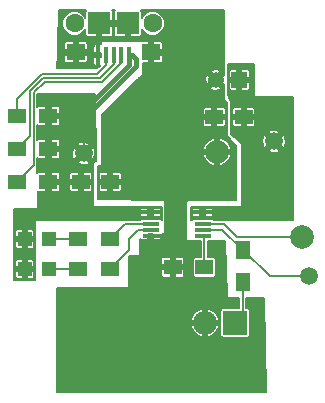
<source format=gtl>
G04 #@! TF.FileFunction,Copper,L1,Top,Signal*
%FSLAX46Y46*%
G04 Gerber Fmt 4.6, Leading zero omitted, Abs format (unit mm)*
G04 Created by KiCad (PCBNEW 4.0.2-stable) date Monday, October 31, 2016 'PMt' 01:42:05 PM*
%MOMM*%
G01*
G04 APERTURE LIST*
%ADD10C,0.100000*%
%ADD11R,1.198880X1.198880*%
%ADD12R,1.500000X1.300000*%
%ADD13R,1.300000X1.500000*%
%ADD14R,1.400000X0.300000*%
%ADD15R,2.032000X2.032000*%
%ADD16O,2.032000X2.032000*%
%ADD17R,1.350000X1.350000*%
%ADD18C,1.350000*%
%ADD19C,1.998980*%
%ADD20R,1.500000X1.250000*%
%ADD21C,1.500000*%
%ADD22R,0.400000X1.350000*%
%ADD23R,1.600000X1.400000*%
%ADD24R,1.900000X1.900000*%
%ADD25C,1.600000*%
%ADD26C,0.685800*%
%ADD27C,0.152400*%
%ADD28C,0.398780*%
G04 APERTURE END LIST*
D10*
D11*
X140809980Y-103505000D03*
X142908020Y-103505000D03*
X140809980Y-106045000D03*
X142908020Y-106045000D03*
D12*
X142828000Y-98679000D03*
X140128000Y-98679000D03*
X142828000Y-95885000D03*
X140128000Y-95885000D03*
X142828000Y-93091000D03*
X140128000Y-93091000D03*
X145335000Y-103505000D03*
X148035000Y-103505000D03*
X145335000Y-106045000D03*
X148035000Y-106045000D03*
D13*
X159258000Y-104441000D03*
X159258000Y-107141000D03*
D12*
X156036000Y-105918000D03*
X153336000Y-105918000D03*
D14*
X151470000Y-101235000D03*
X151470000Y-101735000D03*
X151470000Y-102235000D03*
X151470000Y-102735000D03*
X151470000Y-103235000D03*
X155870000Y-103235000D03*
X155870000Y-102735000D03*
X155870000Y-102235000D03*
X155870000Y-101735000D03*
X155870000Y-101235000D03*
D15*
X158623000Y-110617000D03*
D16*
X156083000Y-110617000D03*
D17*
X158988000Y-90043000D03*
D18*
X156988000Y-90043000D03*
D19*
X157099000Y-96139000D03*
X164283205Y-103323205D03*
D20*
X145562000Y-98679000D03*
X148062000Y-98679000D03*
X159365000Y-93218000D03*
X156865000Y-93218000D03*
D21*
X145796000Y-96266000D03*
X161925000Y-95250000D03*
X164846000Y-106680000D03*
D22*
X148336000Y-87942800D03*
X147686000Y-87942800D03*
X147036000Y-87942800D03*
X148986000Y-87942800D03*
X149636000Y-87942800D03*
D23*
X151536000Y-87717800D03*
X145136000Y-87717800D03*
D24*
X149536000Y-85267800D03*
X147136000Y-85267800D03*
D25*
X151636000Y-85267800D03*
X145036000Y-85267800D03*
D26*
X143637000Y-94488000D03*
X144399000Y-95504000D03*
X144399000Y-97155000D03*
X144145000Y-98806000D03*
X140716000Y-101346000D03*
X141859000Y-101346000D03*
X143002000Y-100076000D03*
X143002000Y-101346000D03*
X144145000Y-101346000D03*
X144145000Y-100076000D03*
X145415000Y-100076000D03*
X145415000Y-101346000D03*
X146558000Y-101346000D03*
X148336000Y-101346000D03*
X149733000Y-101346000D03*
X142875000Y-91694000D03*
X144780000Y-91821000D03*
X146177000Y-91821000D03*
X146177000Y-93091000D03*
X144780000Y-93091000D03*
X144780000Y-94488000D03*
X146177000Y-94488000D03*
X153289000Y-99441000D03*
X155321000Y-99441000D03*
X157353000Y-99441000D03*
X157353000Y-98044000D03*
X155448000Y-98044000D03*
X153289000Y-98044000D03*
X151511000Y-98044000D03*
X149860000Y-98044000D03*
X148082000Y-97282000D03*
X149860000Y-96774000D03*
X151638000Y-96774000D03*
X153289000Y-96647000D03*
X155321000Y-96647000D03*
X155321000Y-94869000D03*
X153289000Y-94869000D03*
X151384000Y-94869000D03*
X148844000Y-94869000D03*
X148717000Y-92964000D03*
X151511000Y-92964000D03*
X153289000Y-92964000D03*
X155448000Y-92964000D03*
X155448000Y-91186000D03*
X153289000Y-91059000D03*
X151511000Y-91059000D03*
X149860000Y-91567000D03*
X151765000Y-89662000D03*
X153924000Y-89662000D03*
X155575000Y-89662000D03*
X157226000Y-88519000D03*
X155194000Y-88519000D03*
X153416000Y-88392000D03*
X153416000Y-86741000D03*
X155321000Y-86741000D03*
X156972000Y-86741000D03*
X156972000Y-84836000D03*
X155321000Y-84836000D03*
X153543000Y-84836000D03*
X157480000Y-104140000D03*
X157480000Y-107950000D03*
X155575000Y-107950000D03*
X154305000Y-108585000D03*
X152400000Y-108585000D03*
X144780000Y-115570000D03*
X146685000Y-115570000D03*
X148590000Y-115570000D03*
X150495000Y-115570000D03*
X152400000Y-115570000D03*
X154305000Y-115570000D03*
X156210000Y-115570000D03*
X158115000Y-115570000D03*
X160020000Y-115570000D03*
X160020000Y-114300000D03*
X158115000Y-114300000D03*
X156210000Y-114300000D03*
X154305000Y-114300000D03*
X152400000Y-114300000D03*
X150495000Y-114300000D03*
X148590000Y-114300000D03*
X146685000Y-114300000D03*
X144780000Y-114300000D03*
X144780000Y-112395000D03*
X146685000Y-112395000D03*
X148590000Y-112395000D03*
X150495000Y-112395000D03*
X152400000Y-112395000D03*
X154305000Y-112395000D03*
X154305000Y-110490000D03*
X152400000Y-110490000D03*
X150495000Y-110490000D03*
X148590000Y-110490000D03*
X146685000Y-110490000D03*
X144780000Y-110490000D03*
X144780000Y-108585000D03*
X146685000Y-108585000D03*
X148590000Y-108585000D03*
X150495000Y-108585000D03*
X151765000Y-107188000D03*
X150368000Y-107188000D03*
X151511000Y-105918000D03*
X151511000Y-104394000D03*
X153543000Y-104394000D03*
X155067000Y-104394000D03*
X153543000Y-103378000D03*
X153543000Y-101981000D03*
X153543000Y-100584000D03*
X151511000Y-99441000D03*
X149860000Y-99441000D03*
X159258000Y-91694000D03*
X161290000Y-92329000D03*
X162560000Y-92202000D03*
X162560000Y-93599000D03*
X161163000Y-93599000D03*
X160020000Y-95504000D03*
X159766000Y-96774000D03*
X161417000Y-96774000D03*
X162814000Y-96774000D03*
X162814000Y-98298000D03*
X161417000Y-98298000D03*
X159766000Y-98298000D03*
X159766000Y-99695000D03*
X161163000Y-99695000D03*
X162814000Y-99695000D03*
X162814000Y-101346000D03*
X161163000Y-101346000D03*
X159385000Y-101346000D03*
X157734000Y-101346000D03*
D27*
X144145000Y-100076000D02*
X144145000Y-98806000D01*
X144399000Y-97155000D02*
X144399000Y-95504000D01*
X143002000Y-101346000D02*
X141859000Y-101346000D01*
X151470000Y-101235000D02*
X149844000Y-101235000D01*
X143002000Y-101346000D02*
X143002000Y-100076000D01*
X144145000Y-100076000D02*
X144145000Y-101346000D01*
X145415000Y-101346000D02*
X145415000Y-100076000D01*
X148336000Y-101346000D02*
X146558000Y-101346000D01*
X149844000Y-101235000D02*
X149733000Y-101346000D01*
X145796000Y-96266000D02*
X145796000Y-94869000D01*
X144653000Y-91694000D02*
X142875000Y-91694000D01*
X144780000Y-91821000D02*
X144653000Y-91694000D01*
X146177000Y-93091000D02*
X146177000Y-91821000D01*
X144780000Y-94488000D02*
X144780000Y-93091000D01*
X145796000Y-94869000D02*
X146177000Y-94488000D01*
D28*
X149636000Y-87942800D02*
X149918800Y-87942800D01*
X150241000Y-88900000D02*
X146431000Y-92710000D01*
X150241000Y-88265000D02*
X150241000Y-88900000D01*
X149918800Y-87942800D02*
X150241000Y-88265000D01*
X149636000Y-87942800D02*
X149636000Y-88743000D01*
X145288000Y-93091000D02*
X142828000Y-93091000D01*
X149636000Y-88743000D02*
X145288000Y-93091000D01*
D27*
X142828000Y-98599000D02*
X142828000Y-98679000D01*
X142828000Y-95885000D02*
X142828000Y-95297000D01*
X155321000Y-99441000D02*
X157353000Y-99441000D01*
X157353000Y-98044000D02*
X155448000Y-98044000D01*
X153289000Y-98044000D02*
X151511000Y-98044000D01*
X149860000Y-98044000D02*
X149098000Y-97282000D01*
X149098000Y-97282000D02*
X148082000Y-97282000D01*
X149860000Y-96774000D02*
X151638000Y-96774000D01*
X153289000Y-96647000D02*
X155321000Y-96647000D01*
X155321000Y-94869000D02*
X153289000Y-94869000D01*
X151384000Y-94869000D02*
X148844000Y-94869000D01*
X148717000Y-92964000D02*
X151511000Y-92964000D01*
X153289000Y-92964000D02*
X155448000Y-92964000D01*
X155448000Y-91186000D02*
X155321000Y-91059000D01*
X155321000Y-91059000D02*
X153289000Y-91059000D01*
X151511000Y-91059000D02*
X151003000Y-91567000D01*
X151003000Y-91567000D02*
X149860000Y-91567000D01*
X151765000Y-89662000D02*
X153924000Y-89662000D01*
X155575000Y-89662000D02*
X156718000Y-88519000D01*
X156718000Y-88519000D02*
X157226000Y-88519000D01*
X155194000Y-88519000D02*
X155067000Y-88392000D01*
X155067000Y-88392000D02*
X153416000Y-88392000D01*
X153416000Y-86741000D02*
X155321000Y-86741000D01*
X156972000Y-86741000D02*
X156972000Y-84836000D01*
X155321000Y-84836000D02*
X153543000Y-84836000D01*
X150495000Y-108585000D02*
X152400000Y-108585000D01*
X157480000Y-107950000D02*
X157480000Y-104140000D01*
X154940000Y-107950000D02*
X155575000Y-107950000D01*
X154305000Y-108585000D02*
X154940000Y-107950000D01*
X150368000Y-107188000D02*
X150368000Y-108458000D01*
X148590000Y-115570000D02*
X146685000Y-115570000D01*
X152400000Y-115570000D02*
X150495000Y-115570000D01*
X156210000Y-115570000D02*
X154305000Y-115570000D01*
X160020000Y-115570000D02*
X158115000Y-115570000D01*
X158115000Y-114300000D02*
X160020000Y-114300000D01*
X154305000Y-114300000D02*
X156210000Y-114300000D01*
X150495000Y-114300000D02*
X152400000Y-114300000D01*
X146685000Y-114300000D02*
X148590000Y-114300000D01*
X144780000Y-112395000D02*
X144780000Y-114300000D01*
X148590000Y-112395000D02*
X146685000Y-112395000D01*
X152400000Y-112395000D02*
X150495000Y-112395000D01*
X154305000Y-110490000D02*
X154305000Y-112395000D01*
X150495000Y-110490000D02*
X152400000Y-110490000D01*
X146685000Y-110490000D02*
X148590000Y-110490000D01*
X144780000Y-108585000D02*
X144780000Y-110490000D01*
X148590000Y-108585000D02*
X146685000Y-108585000D01*
X150368000Y-108458000D02*
X150495000Y-108585000D01*
X153289000Y-99441000D02*
X153289000Y-100330000D01*
X150368000Y-107188000D02*
X151765000Y-107188000D01*
X151511000Y-104394000D02*
X151511000Y-105918000D01*
X155067000Y-104394000D02*
X153543000Y-104394000D01*
X153543000Y-101981000D02*
X153543000Y-103378000D01*
X153289000Y-100330000D02*
X153543000Y-100584000D01*
X148062000Y-98679000D02*
X149098000Y-98679000D01*
X151511000Y-99441000D02*
X153289000Y-99441000D01*
X149098000Y-98679000D02*
X149860000Y-99441000D01*
X155870000Y-101235000D02*
X157623000Y-101235000D01*
X160655000Y-91694000D02*
X159258000Y-91694000D01*
X161290000Y-92329000D02*
X160655000Y-91694000D01*
X162560000Y-93599000D02*
X162560000Y-92202000D01*
X161163000Y-94361000D02*
X161163000Y-93599000D01*
X160020000Y-95504000D02*
X161163000Y-94361000D01*
X161417000Y-96774000D02*
X159766000Y-96774000D01*
X162814000Y-98298000D02*
X162814000Y-96774000D01*
X159766000Y-98298000D02*
X161417000Y-98298000D01*
X161163000Y-99695000D02*
X159766000Y-99695000D01*
X162814000Y-101346000D02*
X162814000Y-99695000D01*
X159385000Y-101346000D02*
X161163000Y-101346000D01*
X157623000Y-101235000D02*
X157734000Y-101346000D01*
X145335000Y-103505000D02*
X142908020Y-103505000D01*
X145335000Y-106045000D02*
X142908020Y-106045000D01*
X148986000Y-87942800D02*
X148986000Y-88605600D01*
X148986000Y-88605600D02*
X147396200Y-90195400D01*
X147396200Y-90195400D02*
X142494000Y-90195400D01*
X142494000Y-90195400D02*
X141579600Y-91109800D01*
X141579600Y-91109800D02*
X141579600Y-97227400D01*
X141579600Y-97227400D02*
X140128000Y-98679000D01*
X148336000Y-87942800D02*
X148336000Y-88722200D01*
X141249400Y-94763600D02*
X140128000Y-95885000D01*
X141249400Y-90982800D02*
X141249400Y-94763600D01*
X142367000Y-89865200D02*
X141249400Y-90982800D01*
X147193000Y-89865200D02*
X142367000Y-89865200D01*
X148336000Y-88722200D02*
X147193000Y-89865200D01*
X147686000Y-87942800D02*
X147686000Y-88788000D01*
X140128000Y-91647000D02*
X140128000Y-93091000D01*
X142240000Y-89535000D02*
X140128000Y-91647000D01*
X146939000Y-89535000D02*
X142240000Y-89535000D01*
X147686000Y-88788000D02*
X146939000Y-89535000D01*
X151470000Y-102235000D02*
X149305000Y-102235000D01*
X149305000Y-102235000D02*
X148035000Y-103505000D01*
X148670000Y-103378000D02*
X148717000Y-103378000D01*
X151470000Y-102735000D02*
X150376000Y-102735000D01*
X149606000Y-104474000D02*
X148035000Y-106045000D01*
X149606000Y-103505000D02*
X149606000Y-104474000D01*
X150376000Y-102735000D02*
X149606000Y-103505000D01*
X148670000Y-105918000D02*
X148670000Y-105711000D01*
X156036000Y-105918000D02*
X156036000Y-103401000D01*
X156036000Y-103401000D02*
X155870000Y-103235000D01*
X159258000Y-107141000D02*
X159258000Y-109982000D01*
X159258000Y-109982000D02*
X158623000Y-110617000D01*
X159258000Y-104441000D02*
X159305000Y-104441000D01*
X159305000Y-104441000D02*
X161544000Y-106680000D01*
X161544000Y-106680000D02*
X164846000Y-106680000D01*
X155870000Y-102735000D02*
X157552000Y-102735000D01*
X157552000Y-102735000D02*
X159258000Y-104441000D01*
X155870000Y-102235000D02*
X157657800Y-102235000D01*
X158746005Y-103323205D02*
X164283205Y-103323205D01*
X157657800Y-102235000D02*
X158746005Y-103323205D01*
G36*
X146836735Y-96951800D02*
X146710400Y-96951800D01*
X146680754Y-96957803D01*
X146655779Y-96974868D01*
X146639411Y-97000305D01*
X146634200Y-97028000D01*
X146634200Y-100736400D01*
X146640203Y-100766046D01*
X146657268Y-100791021D01*
X146682705Y-100807389D01*
X146710400Y-100812600D01*
X152326129Y-100812600D01*
X152425400Y-100878781D01*
X152425400Y-101930200D01*
X152398600Y-101930200D01*
X152398600Y-101867150D01*
X152341450Y-101810000D01*
X151647800Y-101810000D01*
X151647800Y-101851922D01*
X151292200Y-101851922D01*
X151292200Y-101810000D01*
X150598550Y-101810000D01*
X150541400Y-101867150D01*
X150541400Y-101930200D01*
X141732000Y-101930200D01*
X141702354Y-101936203D01*
X141677379Y-101953268D01*
X141661011Y-101978705D01*
X141655800Y-102006400D01*
X141655800Y-107010200D01*
X139928600Y-107010200D01*
X139928600Y-106279950D01*
X139981940Y-106279950D01*
X139981940Y-106689912D01*
X140016743Y-106773932D01*
X140081049Y-106838238D01*
X140165069Y-106873040D01*
X140575030Y-106873040D01*
X140632180Y-106815890D01*
X140632180Y-106222800D01*
X140987780Y-106222800D01*
X140987780Y-106815890D01*
X141044930Y-106873040D01*
X141454891Y-106873040D01*
X141538911Y-106838238D01*
X141603217Y-106773932D01*
X141638020Y-106689912D01*
X141638020Y-106279950D01*
X141580870Y-106222800D01*
X140987780Y-106222800D01*
X140632180Y-106222800D01*
X140039090Y-106222800D01*
X139981940Y-106279950D01*
X139928600Y-106279950D01*
X139928600Y-105400088D01*
X139981940Y-105400088D01*
X139981940Y-105810050D01*
X140039090Y-105867200D01*
X140632180Y-105867200D01*
X140632180Y-105274110D01*
X140987780Y-105274110D01*
X140987780Y-105867200D01*
X141580870Y-105867200D01*
X141638020Y-105810050D01*
X141638020Y-105400088D01*
X141603217Y-105316068D01*
X141538911Y-105251762D01*
X141454891Y-105216960D01*
X141044930Y-105216960D01*
X140987780Y-105274110D01*
X140632180Y-105274110D01*
X140575030Y-105216960D01*
X140165069Y-105216960D01*
X140081049Y-105251762D01*
X140016743Y-105316068D01*
X139981940Y-105400088D01*
X139928600Y-105400088D01*
X139928600Y-103739950D01*
X139981940Y-103739950D01*
X139981940Y-104149912D01*
X140016743Y-104233932D01*
X140081049Y-104298238D01*
X140165069Y-104333040D01*
X140575030Y-104333040D01*
X140632180Y-104275890D01*
X140632180Y-103682800D01*
X140987780Y-103682800D01*
X140987780Y-104275890D01*
X141044930Y-104333040D01*
X141454891Y-104333040D01*
X141538911Y-104298238D01*
X141603217Y-104233932D01*
X141638020Y-104149912D01*
X141638020Y-103739950D01*
X141580870Y-103682800D01*
X140987780Y-103682800D01*
X140632180Y-103682800D01*
X140039090Y-103682800D01*
X139981940Y-103739950D01*
X139928600Y-103739950D01*
X139928600Y-102860088D01*
X139981940Y-102860088D01*
X139981940Y-103270050D01*
X140039090Y-103327200D01*
X140632180Y-103327200D01*
X140632180Y-102734110D01*
X140987780Y-102734110D01*
X140987780Y-103327200D01*
X141580870Y-103327200D01*
X141638020Y-103270050D01*
X141638020Y-102860088D01*
X141603217Y-102776068D01*
X141538911Y-102711762D01*
X141454891Y-102676960D01*
X141044930Y-102676960D01*
X140987780Y-102734110D01*
X140632180Y-102734110D01*
X140575030Y-102676960D01*
X140165069Y-102676960D01*
X140081049Y-102711762D01*
X140016743Y-102776068D01*
X139981940Y-102860088D01*
X139928600Y-102860088D01*
X139928600Y-101367150D01*
X150541400Y-101367150D01*
X150541400Y-101430472D01*
X150563987Y-101485000D01*
X150541400Y-101539528D01*
X150541400Y-101602850D01*
X150598550Y-101660000D01*
X151292200Y-101660000D01*
X151292200Y-101310000D01*
X151647800Y-101310000D01*
X151647800Y-101660000D01*
X152341450Y-101660000D01*
X152398600Y-101602850D01*
X152398600Y-101539528D01*
X152376013Y-101485000D01*
X152398600Y-101430472D01*
X152398600Y-101367150D01*
X152341450Y-101310000D01*
X151647800Y-101310000D01*
X151292200Y-101310000D01*
X150598550Y-101310000D01*
X150541400Y-101367150D01*
X139928600Y-101367150D01*
X139928600Y-101039528D01*
X150541400Y-101039528D01*
X150541400Y-101102850D01*
X150598550Y-101160000D01*
X151292200Y-101160000D01*
X151292200Y-100913550D01*
X151647800Y-100913550D01*
X151647800Y-101160000D01*
X152341450Y-101160000D01*
X152398600Y-101102850D01*
X152398600Y-101039528D01*
X152363797Y-100955508D01*
X152299491Y-100891202D01*
X152215471Y-100856400D01*
X151704950Y-100856400D01*
X151647800Y-100913550D01*
X151292200Y-100913550D01*
X151235050Y-100856400D01*
X150724529Y-100856400D01*
X150640509Y-100891202D01*
X150576203Y-100955508D01*
X150541400Y-101039528D01*
X139928600Y-101039528D01*
X139928600Y-100965000D01*
X141833600Y-100965000D01*
X141863246Y-100958997D01*
X141888221Y-100941932D01*
X141904589Y-100916495D01*
X141909799Y-100888401D01*
X141902408Y-99476697D01*
X141948509Y-99522798D01*
X142032529Y-99557600D01*
X142593050Y-99557600D01*
X142650200Y-99500450D01*
X142650200Y-98856800D01*
X143005800Y-98856800D01*
X143005800Y-99500450D01*
X143062950Y-99557600D01*
X143623471Y-99557600D01*
X143707491Y-99522798D01*
X143771797Y-99458492D01*
X143806600Y-99374472D01*
X143806600Y-98913950D01*
X144583400Y-98913950D01*
X144583400Y-99349472D01*
X144618203Y-99433492D01*
X144682509Y-99497798D01*
X144766529Y-99532600D01*
X145327050Y-99532600D01*
X145384200Y-99475450D01*
X145384200Y-98856800D01*
X145739800Y-98856800D01*
X145739800Y-99475450D01*
X145796950Y-99532600D01*
X146357471Y-99532600D01*
X146441491Y-99497798D01*
X146505797Y-99433492D01*
X146540600Y-99349472D01*
X146540600Y-98913950D01*
X146483450Y-98856800D01*
X145739800Y-98856800D01*
X145384200Y-98856800D01*
X144640550Y-98856800D01*
X144583400Y-98913950D01*
X143806600Y-98913950D01*
X143749450Y-98856800D01*
X143005800Y-98856800D01*
X142650200Y-98856800D01*
X142630200Y-98856800D01*
X142630200Y-98501200D01*
X142650200Y-98501200D01*
X142650200Y-97857550D01*
X143005800Y-97857550D01*
X143005800Y-98501200D01*
X143749450Y-98501200D01*
X143806600Y-98444050D01*
X143806600Y-98008528D01*
X144583400Y-98008528D01*
X144583400Y-98444050D01*
X144640550Y-98501200D01*
X145384200Y-98501200D01*
X145384200Y-97882550D01*
X145739800Y-97882550D01*
X145739800Y-98501200D01*
X146483450Y-98501200D01*
X146540600Y-98444050D01*
X146540600Y-98008528D01*
X146505797Y-97924508D01*
X146441491Y-97860202D01*
X146357471Y-97825400D01*
X145796950Y-97825400D01*
X145739800Y-97882550D01*
X145384200Y-97882550D01*
X145327050Y-97825400D01*
X144766529Y-97825400D01*
X144682509Y-97860202D01*
X144618203Y-97924508D01*
X144583400Y-98008528D01*
X143806600Y-98008528D01*
X143806600Y-97983528D01*
X143771797Y-97899508D01*
X143707491Y-97835202D01*
X143623471Y-97800400D01*
X143062950Y-97800400D01*
X143005800Y-97857550D01*
X142650200Y-97857550D01*
X142593050Y-97800400D01*
X142032529Y-97800400D01*
X141948509Y-97835202D01*
X141894099Y-97889612D01*
X141889677Y-97044853D01*
X145268594Y-97044853D01*
X145362755Y-97164803D01*
X145739691Y-97262181D01*
X146125199Y-97207900D01*
X146229245Y-97164803D01*
X146323406Y-97044853D01*
X145796000Y-96517447D01*
X145268594Y-97044853D01*
X141889677Y-97044853D01*
X141887703Y-96667992D01*
X141948509Y-96728798D01*
X142032529Y-96763600D01*
X142593050Y-96763600D01*
X142650200Y-96706450D01*
X142650200Y-96062800D01*
X143005800Y-96062800D01*
X143005800Y-96706450D01*
X143062950Y-96763600D01*
X143623471Y-96763600D01*
X143707491Y-96728798D01*
X143771797Y-96664492D01*
X143806600Y-96580472D01*
X143806600Y-96209691D01*
X144799819Y-96209691D01*
X144854100Y-96595199D01*
X144897197Y-96699245D01*
X145017147Y-96793406D01*
X145544553Y-96266000D01*
X146047447Y-96266000D01*
X146574853Y-96793406D01*
X146694803Y-96699245D01*
X146792181Y-96322309D01*
X146737900Y-95936801D01*
X146694803Y-95832755D01*
X146574853Y-95738594D01*
X146047447Y-96266000D01*
X145544553Y-96266000D01*
X145017147Y-95738594D01*
X144897197Y-95832755D01*
X144799819Y-96209691D01*
X143806600Y-96209691D01*
X143806600Y-96119950D01*
X143749450Y-96062800D01*
X143005800Y-96062800D01*
X142650200Y-96062800D01*
X142630200Y-96062800D01*
X142630200Y-95707200D01*
X142650200Y-95707200D01*
X142650200Y-95063550D01*
X143005800Y-95063550D01*
X143005800Y-95707200D01*
X143749450Y-95707200D01*
X143806600Y-95650050D01*
X143806600Y-95487147D01*
X145268594Y-95487147D01*
X145796000Y-96014553D01*
X146323406Y-95487147D01*
X146229245Y-95367197D01*
X145852309Y-95269819D01*
X145466801Y-95324100D01*
X145362755Y-95367197D01*
X145268594Y-95487147D01*
X143806600Y-95487147D01*
X143806600Y-95189528D01*
X143771797Y-95105508D01*
X143707491Y-95041202D01*
X143623471Y-95006400D01*
X143062950Y-95006400D01*
X143005800Y-95063550D01*
X142650200Y-95063550D01*
X142593050Y-95006400D01*
X142032529Y-95006400D01*
X141948509Y-95041202D01*
X141884400Y-95105311D01*
X141884400Y-93870689D01*
X141948509Y-93934798D01*
X142032529Y-93969600D01*
X142593050Y-93969600D01*
X142650200Y-93912450D01*
X142650200Y-93268800D01*
X143005800Y-93268800D01*
X143005800Y-93912450D01*
X143062950Y-93969600D01*
X143623471Y-93969600D01*
X143707491Y-93934798D01*
X143771797Y-93870492D01*
X143806600Y-93786472D01*
X143806600Y-93325950D01*
X143749450Y-93268800D01*
X143005800Y-93268800D01*
X142650200Y-93268800D01*
X142630200Y-93268800D01*
X142630200Y-92913200D01*
X142650200Y-92913200D01*
X142650200Y-92269550D01*
X143005800Y-92269550D01*
X143005800Y-92913200D01*
X143749450Y-92913200D01*
X143806600Y-92856050D01*
X143806600Y-92395528D01*
X143771797Y-92311508D01*
X143707491Y-92247202D01*
X143623471Y-92212400D01*
X143062950Y-92212400D01*
X143005800Y-92269550D01*
X142650200Y-92269550D01*
X142593050Y-92212400D01*
X142032529Y-92212400D01*
X141948509Y-92247202D01*
X141884400Y-92311311D01*
X141884400Y-91262200D01*
X146787260Y-91262200D01*
X146836735Y-96951800D01*
X146836735Y-96951800D01*
G37*
X146836735Y-96951800D02*
X146710400Y-96951800D01*
X146680754Y-96957803D01*
X146655779Y-96974868D01*
X146639411Y-97000305D01*
X146634200Y-97028000D01*
X146634200Y-100736400D01*
X146640203Y-100766046D01*
X146657268Y-100791021D01*
X146682705Y-100807389D01*
X146710400Y-100812600D01*
X152326129Y-100812600D01*
X152425400Y-100878781D01*
X152425400Y-101930200D01*
X152398600Y-101930200D01*
X152398600Y-101867150D01*
X152341450Y-101810000D01*
X151647800Y-101810000D01*
X151647800Y-101851922D01*
X151292200Y-101851922D01*
X151292200Y-101810000D01*
X150598550Y-101810000D01*
X150541400Y-101867150D01*
X150541400Y-101930200D01*
X141732000Y-101930200D01*
X141702354Y-101936203D01*
X141677379Y-101953268D01*
X141661011Y-101978705D01*
X141655800Y-102006400D01*
X141655800Y-107010200D01*
X139928600Y-107010200D01*
X139928600Y-106279950D01*
X139981940Y-106279950D01*
X139981940Y-106689912D01*
X140016743Y-106773932D01*
X140081049Y-106838238D01*
X140165069Y-106873040D01*
X140575030Y-106873040D01*
X140632180Y-106815890D01*
X140632180Y-106222800D01*
X140987780Y-106222800D01*
X140987780Y-106815890D01*
X141044930Y-106873040D01*
X141454891Y-106873040D01*
X141538911Y-106838238D01*
X141603217Y-106773932D01*
X141638020Y-106689912D01*
X141638020Y-106279950D01*
X141580870Y-106222800D01*
X140987780Y-106222800D01*
X140632180Y-106222800D01*
X140039090Y-106222800D01*
X139981940Y-106279950D01*
X139928600Y-106279950D01*
X139928600Y-105400088D01*
X139981940Y-105400088D01*
X139981940Y-105810050D01*
X140039090Y-105867200D01*
X140632180Y-105867200D01*
X140632180Y-105274110D01*
X140987780Y-105274110D01*
X140987780Y-105867200D01*
X141580870Y-105867200D01*
X141638020Y-105810050D01*
X141638020Y-105400088D01*
X141603217Y-105316068D01*
X141538911Y-105251762D01*
X141454891Y-105216960D01*
X141044930Y-105216960D01*
X140987780Y-105274110D01*
X140632180Y-105274110D01*
X140575030Y-105216960D01*
X140165069Y-105216960D01*
X140081049Y-105251762D01*
X140016743Y-105316068D01*
X139981940Y-105400088D01*
X139928600Y-105400088D01*
X139928600Y-103739950D01*
X139981940Y-103739950D01*
X139981940Y-104149912D01*
X140016743Y-104233932D01*
X140081049Y-104298238D01*
X140165069Y-104333040D01*
X140575030Y-104333040D01*
X140632180Y-104275890D01*
X140632180Y-103682800D01*
X140987780Y-103682800D01*
X140987780Y-104275890D01*
X141044930Y-104333040D01*
X141454891Y-104333040D01*
X141538911Y-104298238D01*
X141603217Y-104233932D01*
X141638020Y-104149912D01*
X141638020Y-103739950D01*
X141580870Y-103682800D01*
X140987780Y-103682800D01*
X140632180Y-103682800D01*
X140039090Y-103682800D01*
X139981940Y-103739950D01*
X139928600Y-103739950D01*
X139928600Y-102860088D01*
X139981940Y-102860088D01*
X139981940Y-103270050D01*
X140039090Y-103327200D01*
X140632180Y-103327200D01*
X140632180Y-102734110D01*
X140987780Y-102734110D01*
X140987780Y-103327200D01*
X141580870Y-103327200D01*
X141638020Y-103270050D01*
X141638020Y-102860088D01*
X141603217Y-102776068D01*
X141538911Y-102711762D01*
X141454891Y-102676960D01*
X141044930Y-102676960D01*
X140987780Y-102734110D01*
X140632180Y-102734110D01*
X140575030Y-102676960D01*
X140165069Y-102676960D01*
X140081049Y-102711762D01*
X140016743Y-102776068D01*
X139981940Y-102860088D01*
X139928600Y-102860088D01*
X139928600Y-101367150D01*
X150541400Y-101367150D01*
X150541400Y-101430472D01*
X150563987Y-101485000D01*
X150541400Y-101539528D01*
X150541400Y-101602850D01*
X150598550Y-101660000D01*
X151292200Y-101660000D01*
X151292200Y-101310000D01*
X151647800Y-101310000D01*
X151647800Y-101660000D01*
X152341450Y-101660000D01*
X152398600Y-101602850D01*
X152398600Y-101539528D01*
X152376013Y-101485000D01*
X152398600Y-101430472D01*
X152398600Y-101367150D01*
X152341450Y-101310000D01*
X151647800Y-101310000D01*
X151292200Y-101310000D01*
X150598550Y-101310000D01*
X150541400Y-101367150D01*
X139928600Y-101367150D01*
X139928600Y-101039528D01*
X150541400Y-101039528D01*
X150541400Y-101102850D01*
X150598550Y-101160000D01*
X151292200Y-101160000D01*
X151292200Y-100913550D01*
X151647800Y-100913550D01*
X151647800Y-101160000D01*
X152341450Y-101160000D01*
X152398600Y-101102850D01*
X152398600Y-101039528D01*
X152363797Y-100955508D01*
X152299491Y-100891202D01*
X152215471Y-100856400D01*
X151704950Y-100856400D01*
X151647800Y-100913550D01*
X151292200Y-100913550D01*
X151235050Y-100856400D01*
X150724529Y-100856400D01*
X150640509Y-100891202D01*
X150576203Y-100955508D01*
X150541400Y-101039528D01*
X139928600Y-101039528D01*
X139928600Y-100965000D01*
X141833600Y-100965000D01*
X141863246Y-100958997D01*
X141888221Y-100941932D01*
X141904589Y-100916495D01*
X141909799Y-100888401D01*
X141902408Y-99476697D01*
X141948509Y-99522798D01*
X142032529Y-99557600D01*
X142593050Y-99557600D01*
X142650200Y-99500450D01*
X142650200Y-98856800D01*
X143005800Y-98856800D01*
X143005800Y-99500450D01*
X143062950Y-99557600D01*
X143623471Y-99557600D01*
X143707491Y-99522798D01*
X143771797Y-99458492D01*
X143806600Y-99374472D01*
X143806600Y-98913950D01*
X144583400Y-98913950D01*
X144583400Y-99349472D01*
X144618203Y-99433492D01*
X144682509Y-99497798D01*
X144766529Y-99532600D01*
X145327050Y-99532600D01*
X145384200Y-99475450D01*
X145384200Y-98856800D01*
X145739800Y-98856800D01*
X145739800Y-99475450D01*
X145796950Y-99532600D01*
X146357471Y-99532600D01*
X146441491Y-99497798D01*
X146505797Y-99433492D01*
X146540600Y-99349472D01*
X146540600Y-98913950D01*
X146483450Y-98856800D01*
X145739800Y-98856800D01*
X145384200Y-98856800D01*
X144640550Y-98856800D01*
X144583400Y-98913950D01*
X143806600Y-98913950D01*
X143749450Y-98856800D01*
X143005800Y-98856800D01*
X142650200Y-98856800D01*
X142630200Y-98856800D01*
X142630200Y-98501200D01*
X142650200Y-98501200D01*
X142650200Y-97857550D01*
X143005800Y-97857550D01*
X143005800Y-98501200D01*
X143749450Y-98501200D01*
X143806600Y-98444050D01*
X143806600Y-98008528D01*
X144583400Y-98008528D01*
X144583400Y-98444050D01*
X144640550Y-98501200D01*
X145384200Y-98501200D01*
X145384200Y-97882550D01*
X145739800Y-97882550D01*
X145739800Y-98501200D01*
X146483450Y-98501200D01*
X146540600Y-98444050D01*
X146540600Y-98008528D01*
X146505797Y-97924508D01*
X146441491Y-97860202D01*
X146357471Y-97825400D01*
X145796950Y-97825400D01*
X145739800Y-97882550D01*
X145384200Y-97882550D01*
X145327050Y-97825400D01*
X144766529Y-97825400D01*
X144682509Y-97860202D01*
X144618203Y-97924508D01*
X144583400Y-98008528D01*
X143806600Y-98008528D01*
X143806600Y-97983528D01*
X143771797Y-97899508D01*
X143707491Y-97835202D01*
X143623471Y-97800400D01*
X143062950Y-97800400D01*
X143005800Y-97857550D01*
X142650200Y-97857550D01*
X142593050Y-97800400D01*
X142032529Y-97800400D01*
X141948509Y-97835202D01*
X141894099Y-97889612D01*
X141889677Y-97044853D01*
X145268594Y-97044853D01*
X145362755Y-97164803D01*
X145739691Y-97262181D01*
X146125199Y-97207900D01*
X146229245Y-97164803D01*
X146323406Y-97044853D01*
X145796000Y-96517447D01*
X145268594Y-97044853D01*
X141889677Y-97044853D01*
X141887703Y-96667992D01*
X141948509Y-96728798D01*
X142032529Y-96763600D01*
X142593050Y-96763600D01*
X142650200Y-96706450D01*
X142650200Y-96062800D01*
X143005800Y-96062800D01*
X143005800Y-96706450D01*
X143062950Y-96763600D01*
X143623471Y-96763600D01*
X143707491Y-96728798D01*
X143771797Y-96664492D01*
X143806600Y-96580472D01*
X143806600Y-96209691D01*
X144799819Y-96209691D01*
X144854100Y-96595199D01*
X144897197Y-96699245D01*
X145017147Y-96793406D01*
X145544553Y-96266000D01*
X146047447Y-96266000D01*
X146574853Y-96793406D01*
X146694803Y-96699245D01*
X146792181Y-96322309D01*
X146737900Y-95936801D01*
X146694803Y-95832755D01*
X146574853Y-95738594D01*
X146047447Y-96266000D01*
X145544553Y-96266000D01*
X145017147Y-95738594D01*
X144897197Y-95832755D01*
X144799819Y-96209691D01*
X143806600Y-96209691D01*
X143806600Y-96119950D01*
X143749450Y-96062800D01*
X143005800Y-96062800D01*
X142650200Y-96062800D01*
X142630200Y-96062800D01*
X142630200Y-95707200D01*
X142650200Y-95707200D01*
X142650200Y-95063550D01*
X143005800Y-95063550D01*
X143005800Y-95707200D01*
X143749450Y-95707200D01*
X143806600Y-95650050D01*
X143806600Y-95487147D01*
X145268594Y-95487147D01*
X145796000Y-96014553D01*
X146323406Y-95487147D01*
X146229245Y-95367197D01*
X145852309Y-95269819D01*
X145466801Y-95324100D01*
X145362755Y-95367197D01*
X145268594Y-95487147D01*
X143806600Y-95487147D01*
X143806600Y-95189528D01*
X143771797Y-95105508D01*
X143707491Y-95041202D01*
X143623471Y-95006400D01*
X143062950Y-95006400D01*
X143005800Y-95063550D01*
X142650200Y-95063550D01*
X142593050Y-95006400D01*
X142032529Y-95006400D01*
X141948509Y-95041202D01*
X141884400Y-95105311D01*
X141884400Y-93870689D01*
X141948509Y-93934798D01*
X142032529Y-93969600D01*
X142593050Y-93969600D01*
X142650200Y-93912450D01*
X142650200Y-93268800D01*
X143005800Y-93268800D01*
X143005800Y-93912450D01*
X143062950Y-93969600D01*
X143623471Y-93969600D01*
X143707491Y-93934798D01*
X143771797Y-93870492D01*
X143806600Y-93786472D01*
X143806600Y-93325950D01*
X143749450Y-93268800D01*
X143005800Y-93268800D01*
X142650200Y-93268800D01*
X142630200Y-93268800D01*
X142630200Y-92913200D01*
X142650200Y-92913200D01*
X142650200Y-92269550D01*
X143005800Y-92269550D01*
X143005800Y-92913200D01*
X143749450Y-92913200D01*
X143806600Y-92856050D01*
X143806600Y-92395528D01*
X143771797Y-92311508D01*
X143707491Y-92247202D01*
X143623471Y-92212400D01*
X143062950Y-92212400D01*
X143005800Y-92269550D01*
X142650200Y-92269550D01*
X142593050Y-92212400D01*
X142032529Y-92212400D01*
X141948509Y-92247202D01*
X141884400Y-92311311D01*
X141884400Y-91262200D01*
X146787260Y-91262200D01*
X146836735Y-96951800D01*
G36*
X160197800Y-91440000D02*
X160203803Y-91469646D01*
X160220868Y-91494621D01*
X160246305Y-91510989D01*
X160274000Y-91516200D01*
X163499800Y-91516200D01*
X163499800Y-101904800D01*
X156798600Y-101904800D01*
X156798600Y-101867150D01*
X156741450Y-101810000D01*
X156047800Y-101810000D01*
X156047800Y-101851922D01*
X155692200Y-101851922D01*
X155692200Y-101810000D01*
X154998550Y-101810000D01*
X154941400Y-101867150D01*
X154941400Y-101904800D01*
X154889200Y-101904800D01*
X154889200Y-101367150D01*
X154941400Y-101367150D01*
X154941400Y-101430472D01*
X154963987Y-101485000D01*
X154941400Y-101539528D01*
X154941400Y-101602850D01*
X154998550Y-101660000D01*
X155692200Y-101660000D01*
X155692200Y-101310000D01*
X156047800Y-101310000D01*
X156047800Y-101660000D01*
X156741450Y-101660000D01*
X156798600Y-101602850D01*
X156798600Y-101539528D01*
X156776013Y-101485000D01*
X156798600Y-101430472D01*
X156798600Y-101367150D01*
X156741450Y-101310000D01*
X156047800Y-101310000D01*
X155692200Y-101310000D01*
X154998550Y-101310000D01*
X154941400Y-101367150D01*
X154889200Y-101367150D01*
X154889200Y-101039528D01*
X154941400Y-101039528D01*
X154941400Y-101102850D01*
X154998550Y-101160000D01*
X155692200Y-101160000D01*
X155692200Y-100913550D01*
X156047800Y-100913550D01*
X156047800Y-101160000D01*
X156741450Y-101160000D01*
X156798600Y-101102850D01*
X156798600Y-101039528D01*
X156763797Y-100955508D01*
X156699491Y-100891202D01*
X156615471Y-100856400D01*
X156104950Y-100856400D01*
X156047800Y-100913550D01*
X155692200Y-100913550D01*
X155635050Y-100856400D01*
X155124529Y-100856400D01*
X155040509Y-100891202D01*
X154976203Y-100955508D01*
X154941400Y-101039528D01*
X154889200Y-101039528D01*
X154889200Y-100787200D01*
X159131000Y-100787200D01*
X159160646Y-100781197D01*
X159185621Y-100764132D01*
X159201989Y-100738695D01*
X159207200Y-100711000D01*
X159207200Y-96028853D01*
X161397594Y-96028853D01*
X161491755Y-96148803D01*
X161868691Y-96246181D01*
X162254199Y-96191900D01*
X162358245Y-96148803D01*
X162452406Y-96028853D01*
X161925000Y-95501447D01*
X161397594Y-96028853D01*
X159207200Y-96028853D01*
X159207200Y-95504000D01*
X159201197Y-95474354D01*
X159184882Y-95450118D01*
X158928455Y-95193691D01*
X160928819Y-95193691D01*
X160983100Y-95579199D01*
X161026197Y-95683245D01*
X161146147Y-95777406D01*
X161673553Y-95250000D01*
X162176447Y-95250000D01*
X162703853Y-95777406D01*
X162823803Y-95683245D01*
X162921181Y-95306309D01*
X162866900Y-94920801D01*
X162823803Y-94816755D01*
X162703853Y-94722594D01*
X162176447Y-95250000D01*
X161673553Y-95250000D01*
X161146147Y-94722594D01*
X161026197Y-94816755D01*
X160928819Y-95193691D01*
X158928455Y-95193691D01*
X158318200Y-94583436D01*
X158318200Y-94471147D01*
X161397594Y-94471147D01*
X161925000Y-94998553D01*
X162452406Y-94471147D01*
X162358245Y-94351197D01*
X161981309Y-94253819D01*
X161595801Y-94308100D01*
X161491755Y-94351197D01*
X161397594Y-94471147D01*
X158318200Y-94471147D01*
X158318200Y-93452950D01*
X158386400Y-93452950D01*
X158386400Y-93888472D01*
X158421203Y-93972492D01*
X158485509Y-94036798D01*
X158569529Y-94071600D01*
X159130050Y-94071600D01*
X159187200Y-94014450D01*
X159187200Y-93395800D01*
X159542800Y-93395800D01*
X159542800Y-94014450D01*
X159599950Y-94071600D01*
X160160471Y-94071600D01*
X160244491Y-94036798D01*
X160308797Y-93972492D01*
X160343600Y-93888472D01*
X160343600Y-93452950D01*
X160286450Y-93395800D01*
X159542800Y-93395800D01*
X159187200Y-93395800D01*
X158443550Y-93395800D01*
X158386400Y-93452950D01*
X158318200Y-93452950D01*
X158318200Y-92547528D01*
X158386400Y-92547528D01*
X158386400Y-92983050D01*
X158443550Y-93040200D01*
X159187200Y-93040200D01*
X159187200Y-92421550D01*
X159542800Y-92421550D01*
X159542800Y-93040200D01*
X160286450Y-93040200D01*
X160343600Y-92983050D01*
X160343600Y-92547528D01*
X160308797Y-92463508D01*
X160244491Y-92399202D01*
X160160471Y-92364400D01*
X159599950Y-92364400D01*
X159542800Y-92421550D01*
X159187200Y-92421550D01*
X159130050Y-92364400D01*
X158569529Y-92364400D01*
X158485509Y-92399202D01*
X158421203Y-92463508D01*
X158386400Y-92547528D01*
X158318200Y-92547528D01*
X158318200Y-91948000D01*
X158312750Y-91919700D01*
X158064200Y-91298325D01*
X158064200Y-90277950D01*
X158084400Y-90277950D01*
X158084400Y-90763471D01*
X158119202Y-90847491D01*
X158183508Y-90911797D01*
X158267528Y-90946600D01*
X158753050Y-90946600D01*
X158810200Y-90889450D01*
X158810200Y-90220800D01*
X159165800Y-90220800D01*
X159165800Y-90889450D01*
X159222950Y-90946600D01*
X159708472Y-90946600D01*
X159792492Y-90911797D01*
X159856798Y-90847491D01*
X159891600Y-90763471D01*
X159891600Y-90277950D01*
X159834450Y-90220800D01*
X159165800Y-90220800D01*
X158810200Y-90220800D01*
X158141550Y-90220800D01*
X158084400Y-90277950D01*
X158064200Y-90277950D01*
X158064200Y-89322529D01*
X158084400Y-89322529D01*
X158084400Y-89808050D01*
X158141550Y-89865200D01*
X158810200Y-89865200D01*
X158810200Y-89196550D01*
X159165800Y-89196550D01*
X159165800Y-89865200D01*
X159834450Y-89865200D01*
X159891600Y-89808050D01*
X159891600Y-89322529D01*
X159856798Y-89238509D01*
X159792492Y-89174203D01*
X159708472Y-89139400D01*
X159222950Y-89139400D01*
X159165800Y-89196550D01*
X158810200Y-89196550D01*
X158753050Y-89139400D01*
X158267528Y-89139400D01*
X158183508Y-89174203D01*
X158119202Y-89238509D01*
X158084400Y-89322529D01*
X158064200Y-89322529D01*
X158064200Y-88722200D01*
X160197800Y-88722200D01*
X160197800Y-91440000D01*
X160197800Y-91440000D01*
G37*
X160197800Y-91440000D02*
X160203803Y-91469646D01*
X160220868Y-91494621D01*
X160246305Y-91510989D01*
X160274000Y-91516200D01*
X163499800Y-91516200D01*
X163499800Y-101904800D01*
X156798600Y-101904800D01*
X156798600Y-101867150D01*
X156741450Y-101810000D01*
X156047800Y-101810000D01*
X156047800Y-101851922D01*
X155692200Y-101851922D01*
X155692200Y-101810000D01*
X154998550Y-101810000D01*
X154941400Y-101867150D01*
X154941400Y-101904800D01*
X154889200Y-101904800D01*
X154889200Y-101367150D01*
X154941400Y-101367150D01*
X154941400Y-101430472D01*
X154963987Y-101485000D01*
X154941400Y-101539528D01*
X154941400Y-101602850D01*
X154998550Y-101660000D01*
X155692200Y-101660000D01*
X155692200Y-101310000D01*
X156047800Y-101310000D01*
X156047800Y-101660000D01*
X156741450Y-101660000D01*
X156798600Y-101602850D01*
X156798600Y-101539528D01*
X156776013Y-101485000D01*
X156798600Y-101430472D01*
X156798600Y-101367150D01*
X156741450Y-101310000D01*
X156047800Y-101310000D01*
X155692200Y-101310000D01*
X154998550Y-101310000D01*
X154941400Y-101367150D01*
X154889200Y-101367150D01*
X154889200Y-101039528D01*
X154941400Y-101039528D01*
X154941400Y-101102850D01*
X154998550Y-101160000D01*
X155692200Y-101160000D01*
X155692200Y-100913550D01*
X156047800Y-100913550D01*
X156047800Y-101160000D01*
X156741450Y-101160000D01*
X156798600Y-101102850D01*
X156798600Y-101039528D01*
X156763797Y-100955508D01*
X156699491Y-100891202D01*
X156615471Y-100856400D01*
X156104950Y-100856400D01*
X156047800Y-100913550D01*
X155692200Y-100913550D01*
X155635050Y-100856400D01*
X155124529Y-100856400D01*
X155040509Y-100891202D01*
X154976203Y-100955508D01*
X154941400Y-101039528D01*
X154889200Y-101039528D01*
X154889200Y-100787200D01*
X159131000Y-100787200D01*
X159160646Y-100781197D01*
X159185621Y-100764132D01*
X159201989Y-100738695D01*
X159207200Y-100711000D01*
X159207200Y-96028853D01*
X161397594Y-96028853D01*
X161491755Y-96148803D01*
X161868691Y-96246181D01*
X162254199Y-96191900D01*
X162358245Y-96148803D01*
X162452406Y-96028853D01*
X161925000Y-95501447D01*
X161397594Y-96028853D01*
X159207200Y-96028853D01*
X159207200Y-95504000D01*
X159201197Y-95474354D01*
X159184882Y-95450118D01*
X158928455Y-95193691D01*
X160928819Y-95193691D01*
X160983100Y-95579199D01*
X161026197Y-95683245D01*
X161146147Y-95777406D01*
X161673553Y-95250000D01*
X162176447Y-95250000D01*
X162703853Y-95777406D01*
X162823803Y-95683245D01*
X162921181Y-95306309D01*
X162866900Y-94920801D01*
X162823803Y-94816755D01*
X162703853Y-94722594D01*
X162176447Y-95250000D01*
X161673553Y-95250000D01*
X161146147Y-94722594D01*
X161026197Y-94816755D01*
X160928819Y-95193691D01*
X158928455Y-95193691D01*
X158318200Y-94583436D01*
X158318200Y-94471147D01*
X161397594Y-94471147D01*
X161925000Y-94998553D01*
X162452406Y-94471147D01*
X162358245Y-94351197D01*
X161981309Y-94253819D01*
X161595801Y-94308100D01*
X161491755Y-94351197D01*
X161397594Y-94471147D01*
X158318200Y-94471147D01*
X158318200Y-93452950D01*
X158386400Y-93452950D01*
X158386400Y-93888472D01*
X158421203Y-93972492D01*
X158485509Y-94036798D01*
X158569529Y-94071600D01*
X159130050Y-94071600D01*
X159187200Y-94014450D01*
X159187200Y-93395800D01*
X159542800Y-93395800D01*
X159542800Y-94014450D01*
X159599950Y-94071600D01*
X160160471Y-94071600D01*
X160244491Y-94036798D01*
X160308797Y-93972492D01*
X160343600Y-93888472D01*
X160343600Y-93452950D01*
X160286450Y-93395800D01*
X159542800Y-93395800D01*
X159187200Y-93395800D01*
X158443550Y-93395800D01*
X158386400Y-93452950D01*
X158318200Y-93452950D01*
X158318200Y-92547528D01*
X158386400Y-92547528D01*
X158386400Y-92983050D01*
X158443550Y-93040200D01*
X159187200Y-93040200D01*
X159187200Y-92421550D01*
X159542800Y-92421550D01*
X159542800Y-93040200D01*
X160286450Y-93040200D01*
X160343600Y-92983050D01*
X160343600Y-92547528D01*
X160308797Y-92463508D01*
X160244491Y-92399202D01*
X160160471Y-92364400D01*
X159599950Y-92364400D01*
X159542800Y-92421550D01*
X159187200Y-92421550D01*
X159130050Y-92364400D01*
X158569529Y-92364400D01*
X158485509Y-92399202D01*
X158421203Y-92463508D01*
X158386400Y-92547528D01*
X158318200Y-92547528D01*
X158318200Y-91948000D01*
X158312750Y-91919700D01*
X158064200Y-91298325D01*
X158064200Y-90277950D01*
X158084400Y-90277950D01*
X158084400Y-90763471D01*
X158119202Y-90847491D01*
X158183508Y-90911797D01*
X158267528Y-90946600D01*
X158753050Y-90946600D01*
X158810200Y-90889450D01*
X158810200Y-90220800D01*
X159165800Y-90220800D01*
X159165800Y-90889450D01*
X159222950Y-90946600D01*
X159708472Y-90946600D01*
X159792492Y-90911797D01*
X159856798Y-90847491D01*
X159891600Y-90763471D01*
X159891600Y-90277950D01*
X159834450Y-90220800D01*
X159165800Y-90220800D01*
X158810200Y-90220800D01*
X158141550Y-90220800D01*
X158084400Y-90277950D01*
X158064200Y-90277950D01*
X158064200Y-89322529D01*
X158084400Y-89322529D01*
X158084400Y-89808050D01*
X158141550Y-89865200D01*
X158810200Y-89865200D01*
X158810200Y-89196550D01*
X159165800Y-89196550D01*
X159165800Y-89865200D01*
X159834450Y-89865200D01*
X159891600Y-89808050D01*
X159891600Y-89322529D01*
X159856798Y-89238509D01*
X159792492Y-89174203D01*
X159708472Y-89139400D01*
X159222950Y-89139400D01*
X159165800Y-89196550D01*
X158810200Y-89196550D01*
X158753050Y-89139400D01*
X158267528Y-89139400D01*
X158183508Y-89174203D01*
X158119202Y-89238509D01*
X158084400Y-89322529D01*
X158064200Y-89322529D01*
X158064200Y-88722200D01*
X160197800Y-88722200D01*
X160197800Y-91440000D01*
G36*
X145992203Y-84188308D02*
X145957400Y-84272328D01*
X145957400Y-84804222D01*
X145908513Y-84685906D01*
X145619416Y-84396304D01*
X145241499Y-84239379D01*
X144832297Y-84239022D01*
X144454106Y-84395287D01*
X144164504Y-84684384D01*
X144007579Y-85062301D01*
X144007222Y-85471503D01*
X144163487Y-85849694D01*
X144452584Y-86139296D01*
X144830501Y-86296221D01*
X145239703Y-86296578D01*
X145617894Y-86140313D01*
X145907496Y-85851216D01*
X145957400Y-85731034D01*
X145957400Y-86263272D01*
X145992203Y-86347292D01*
X146056509Y-86411598D01*
X146140529Y-86446400D01*
X146901050Y-86446400D01*
X146958200Y-86389250D01*
X146958200Y-85445600D01*
X147313800Y-85445600D01*
X147313800Y-86389250D01*
X147370950Y-86446400D01*
X148131471Y-86446400D01*
X148215491Y-86411598D01*
X148279797Y-86347292D01*
X148314600Y-86263272D01*
X148314600Y-85502750D01*
X148357400Y-85502750D01*
X148357400Y-86263272D01*
X148392203Y-86347292D01*
X148456509Y-86411598D01*
X148540529Y-86446400D01*
X149301050Y-86446400D01*
X149358200Y-86389250D01*
X149358200Y-85445600D01*
X148414550Y-85445600D01*
X148357400Y-85502750D01*
X148314600Y-85502750D01*
X148257450Y-85445600D01*
X147313800Y-85445600D01*
X146958200Y-85445600D01*
X146938200Y-85445600D01*
X146938200Y-85090000D01*
X146958200Y-85090000D01*
X146958200Y-85070000D01*
X147313800Y-85070000D01*
X147313800Y-85090000D01*
X148257450Y-85090000D01*
X148314600Y-85032850D01*
X148314600Y-84272328D01*
X148279797Y-84188308D01*
X148241689Y-84150200D01*
X148430311Y-84150200D01*
X148392203Y-84188308D01*
X148357400Y-84272328D01*
X148357400Y-85032850D01*
X148414550Y-85090000D01*
X149358200Y-85090000D01*
X149358200Y-85070000D01*
X149713800Y-85070000D01*
X149713800Y-85090000D01*
X149733800Y-85090000D01*
X149733800Y-85445600D01*
X149713800Y-85445600D01*
X149713800Y-86389250D01*
X149770950Y-86446400D01*
X150531471Y-86446400D01*
X150615491Y-86411598D01*
X150679797Y-86347292D01*
X150714600Y-86263272D01*
X150714600Y-85731378D01*
X150763487Y-85849694D01*
X151052584Y-86139296D01*
X151430501Y-86296221D01*
X151839703Y-86296578D01*
X152217894Y-86140313D01*
X152507496Y-85851216D01*
X152664421Y-85473299D01*
X152664778Y-85064097D01*
X152508513Y-84685906D01*
X152219416Y-84396304D01*
X151841499Y-84239379D01*
X151432297Y-84239022D01*
X151054106Y-84395287D01*
X150764504Y-84684384D01*
X150714600Y-84804566D01*
X150714600Y-84272328D01*
X150679797Y-84188308D01*
X150641689Y-84150200D01*
X157657800Y-84150200D01*
X157657800Y-89624647D01*
X157239447Y-90043000D01*
X157657800Y-90461353D01*
X157657800Y-91694000D01*
X157663803Y-91723646D01*
X157680118Y-91747882D01*
X157911800Y-91979564D01*
X157911800Y-94742000D01*
X157917803Y-94771646D01*
X157930145Y-94791590D01*
X158673800Y-95659188D01*
X158673800Y-100253800D01*
X154559000Y-100253800D01*
X154529354Y-100259803D01*
X154504379Y-100276868D01*
X154488011Y-100302305D01*
X154482800Y-100330000D01*
X154482800Y-103632000D01*
X154488803Y-103661646D01*
X154505868Y-103686621D01*
X154531305Y-103702989D01*
X154559000Y-103708200D01*
X155731200Y-103708200D01*
X155731200Y-105034922D01*
X155286000Y-105034922D01*
X155201286Y-105050862D01*
X155123482Y-105100928D01*
X155071285Y-105177320D01*
X155052922Y-105268000D01*
X155052922Y-106568000D01*
X155068862Y-106652714D01*
X155118928Y-106730518D01*
X155195320Y-106782715D01*
X155286000Y-106801078D01*
X156786000Y-106801078D01*
X156870714Y-106785138D01*
X156948518Y-106735072D01*
X157000715Y-106658680D01*
X157019078Y-106568000D01*
X157019078Y-105268000D01*
X157003138Y-105183286D01*
X156953072Y-105105482D01*
X156876680Y-105053285D01*
X156786000Y-105034922D01*
X156340800Y-105034922D01*
X156340800Y-103708200D01*
X157786778Y-103708200D01*
X157911826Y-108460005D01*
X157918608Y-108489482D01*
X157936323Y-108514000D01*
X157962182Y-108529693D01*
X157988000Y-108534200D01*
X158953200Y-108534200D01*
X158953200Y-109367922D01*
X157607000Y-109367922D01*
X157522286Y-109383862D01*
X157444482Y-109433928D01*
X157392285Y-109510320D01*
X157373922Y-109601000D01*
X157373922Y-111633000D01*
X157389862Y-111717714D01*
X157439928Y-111795518D01*
X157516320Y-111847715D01*
X157607000Y-111866078D01*
X159639000Y-111866078D01*
X159723714Y-111850138D01*
X159801518Y-111800072D01*
X159853715Y-111723680D01*
X159872078Y-111633000D01*
X159872078Y-109601000D01*
X159856138Y-109516286D01*
X159806072Y-109438482D01*
X159729680Y-109386285D01*
X159639000Y-109367922D01*
X159562800Y-109367922D01*
X159562800Y-108534200D01*
X161087981Y-108534200D01*
X161212600Y-116509800D01*
X143586200Y-116509800D01*
X143586200Y-110985315D01*
X154894129Y-110985315D01*
X155125574Y-111412240D01*
X155502779Y-111718097D01*
X155714688Y-111805855D01*
X155905200Y-111791063D01*
X155905200Y-110794800D01*
X156260800Y-110794800D01*
X156260800Y-111791063D01*
X156451312Y-111805855D01*
X156663221Y-111718097D01*
X157040426Y-111412240D01*
X157271871Y-110985315D01*
X157257701Y-110794800D01*
X156260800Y-110794800D01*
X155905200Y-110794800D01*
X154908299Y-110794800D01*
X154894129Y-110985315D01*
X143586200Y-110985315D01*
X143586200Y-110248685D01*
X154894129Y-110248685D01*
X154908299Y-110439200D01*
X155905200Y-110439200D01*
X155905200Y-109442937D01*
X156260800Y-109442937D01*
X156260800Y-110439200D01*
X157257701Y-110439200D01*
X157271871Y-110248685D01*
X157040426Y-109821760D01*
X156663221Y-109515903D01*
X156451312Y-109428145D01*
X156260800Y-109442937D01*
X155905200Y-109442937D01*
X155714688Y-109428145D01*
X155502779Y-109515903D01*
X155125574Y-109821760D01*
X154894129Y-110248685D01*
X143586200Y-110248685D01*
X143586200Y-107645200D01*
X149606000Y-107645200D01*
X149635646Y-107639197D01*
X149660621Y-107622132D01*
X149676989Y-107596695D01*
X149682200Y-107569000D01*
X149682200Y-106152950D01*
X152357400Y-106152950D01*
X152357400Y-106613472D01*
X152392203Y-106697492D01*
X152456509Y-106761798D01*
X152540529Y-106796600D01*
X153101050Y-106796600D01*
X153158200Y-106739450D01*
X153158200Y-106095800D01*
X153513800Y-106095800D01*
X153513800Y-106739450D01*
X153570950Y-106796600D01*
X154131471Y-106796600D01*
X154215491Y-106761798D01*
X154279797Y-106697492D01*
X154314600Y-106613472D01*
X154314600Y-106152950D01*
X154257450Y-106095800D01*
X153513800Y-106095800D01*
X153158200Y-106095800D01*
X152414550Y-106095800D01*
X152357400Y-106152950D01*
X149682200Y-106152950D01*
X149682200Y-105222528D01*
X152357400Y-105222528D01*
X152357400Y-105683050D01*
X152414550Y-105740200D01*
X153158200Y-105740200D01*
X153158200Y-105096550D01*
X153513800Y-105096550D01*
X153513800Y-105740200D01*
X154257450Y-105740200D01*
X154314600Y-105683050D01*
X154314600Y-105222528D01*
X154279797Y-105138508D01*
X154215491Y-105074202D01*
X154131471Y-105039400D01*
X153570950Y-105039400D01*
X153513800Y-105096550D01*
X153158200Y-105096550D01*
X153101050Y-105039400D01*
X152540529Y-105039400D01*
X152456509Y-105074202D01*
X152392203Y-105138508D01*
X152357400Y-105222528D01*
X149682200Y-105222528D01*
X149682200Y-104978200D01*
X150495000Y-104978200D01*
X150524646Y-104972197D01*
X150549621Y-104955132D01*
X150565989Y-104929695D01*
X150571200Y-104902000D01*
X150571200Y-103502414D01*
X150576203Y-103514492D01*
X150640509Y-103578798D01*
X150724529Y-103613600D01*
X151235050Y-103613600D01*
X151292200Y-103556450D01*
X151292200Y-103310000D01*
X151647800Y-103310000D01*
X151647800Y-103556450D01*
X151704950Y-103613600D01*
X152215471Y-103613600D01*
X152299491Y-103578798D01*
X152363797Y-103514492D01*
X152398600Y-103430472D01*
X152398600Y-103367150D01*
X152341450Y-103310000D01*
X151647800Y-103310000D01*
X151292200Y-103310000D01*
X151272200Y-103310000D01*
X151272200Y-103160000D01*
X151292200Y-103160000D01*
X151292200Y-103118078D01*
X151647800Y-103118078D01*
X151647800Y-103160000D01*
X152341450Y-103160000D01*
X152398600Y-103102850D01*
X152398600Y-103073200D01*
X152654000Y-103073200D01*
X152683646Y-103067197D01*
X152708621Y-103050132D01*
X152724989Y-103024695D01*
X152730200Y-102997000D01*
X152730200Y-100330000D01*
X152724197Y-100300354D01*
X152707132Y-100275379D01*
X152681695Y-100259011D01*
X152655693Y-100253819D01*
X147015200Y-100128475D01*
X147015200Y-98913950D01*
X147083400Y-98913950D01*
X147083400Y-99349472D01*
X147118203Y-99433492D01*
X147182509Y-99497798D01*
X147266529Y-99532600D01*
X147827050Y-99532600D01*
X147884200Y-99475450D01*
X147884200Y-98856800D01*
X148239800Y-98856800D01*
X148239800Y-99475450D01*
X148296950Y-99532600D01*
X148857471Y-99532600D01*
X148941491Y-99497798D01*
X149005797Y-99433492D01*
X149040600Y-99349472D01*
X149040600Y-98913950D01*
X148983450Y-98856800D01*
X148239800Y-98856800D01*
X147884200Y-98856800D01*
X147140550Y-98856800D01*
X147083400Y-98913950D01*
X147015200Y-98913950D01*
X147015200Y-98008528D01*
X147083400Y-98008528D01*
X147083400Y-98444050D01*
X147140550Y-98501200D01*
X147884200Y-98501200D01*
X147884200Y-97882550D01*
X148239800Y-97882550D01*
X148239800Y-98501200D01*
X148983450Y-98501200D01*
X149040600Y-98444050D01*
X149040600Y-98008528D01*
X149005797Y-97924508D01*
X148941491Y-97860202D01*
X148857471Y-97825400D01*
X148296950Y-97825400D01*
X148239800Y-97882550D01*
X147884200Y-97882550D01*
X147827050Y-97825400D01*
X147266529Y-97825400D01*
X147182509Y-97860202D01*
X147118203Y-97924508D01*
X147083400Y-98008528D01*
X147015200Y-98008528D01*
X147015200Y-97358200D01*
X147320000Y-97358200D01*
X147349646Y-97352197D01*
X147374621Y-97335132D01*
X147390989Y-97309695D01*
X147396200Y-97282000D01*
X147396200Y-96508506D01*
X155902612Y-96508506D01*
X156135085Y-96938217D01*
X156514306Y-97246255D01*
X156729494Y-97335388D01*
X156921200Y-97320699D01*
X156921200Y-96316800D01*
X157276800Y-96316800D01*
X157276800Y-97320699D01*
X157468506Y-97335388D01*
X157898217Y-97102915D01*
X158206255Y-96723694D01*
X158295388Y-96508506D01*
X158280699Y-96316800D01*
X157276800Y-96316800D01*
X156921200Y-96316800D01*
X155917301Y-96316800D01*
X155902612Y-96508506D01*
X147396200Y-96508506D01*
X147396200Y-95769494D01*
X155902612Y-95769494D01*
X155917301Y-95961200D01*
X156921200Y-95961200D01*
X156921200Y-94957301D01*
X157276800Y-94957301D01*
X157276800Y-95961200D01*
X158280699Y-95961200D01*
X158295388Y-95769494D01*
X158062915Y-95339783D01*
X157683694Y-95031745D01*
X157468506Y-94942612D01*
X157276800Y-94957301D01*
X156921200Y-94957301D01*
X156729494Y-94942612D01*
X156299783Y-95175085D01*
X155991745Y-95554306D01*
X155902612Y-95769494D01*
X147396200Y-95769494D01*
X147396200Y-93452950D01*
X155886400Y-93452950D01*
X155886400Y-93888472D01*
X155921203Y-93972492D01*
X155985509Y-94036798D01*
X156069529Y-94071600D01*
X156630050Y-94071600D01*
X156687200Y-94014450D01*
X156687200Y-93395800D01*
X157042800Y-93395800D01*
X157042800Y-94014450D01*
X157099950Y-94071600D01*
X157660471Y-94071600D01*
X157744491Y-94036798D01*
X157808797Y-93972492D01*
X157843600Y-93888472D01*
X157843600Y-93452950D01*
X157786450Y-93395800D01*
X157042800Y-93395800D01*
X156687200Y-93395800D01*
X155943550Y-93395800D01*
X155886400Y-93452950D01*
X147396200Y-93452950D01*
X147396200Y-92995564D01*
X147844236Y-92547528D01*
X155886400Y-92547528D01*
X155886400Y-92983050D01*
X155943550Y-93040200D01*
X156687200Y-93040200D01*
X156687200Y-92421550D01*
X157042800Y-92421550D01*
X157042800Y-93040200D01*
X157786450Y-93040200D01*
X157843600Y-92983050D01*
X157843600Y-92547528D01*
X157808797Y-92463508D01*
X157744491Y-92399202D01*
X157660471Y-92364400D01*
X157099950Y-92364400D01*
X157042800Y-92421550D01*
X156687200Y-92421550D01*
X156630050Y-92364400D01*
X156069529Y-92364400D01*
X155985509Y-92399202D01*
X155921203Y-92463508D01*
X155886400Y-92547528D01*
X147844236Y-92547528D01*
X149625066Y-90766698D01*
X156515749Y-90766698D01*
X156600495Y-90878846D01*
X156949856Y-90963513D01*
X157305024Y-90908040D01*
X157375505Y-90878846D01*
X157460251Y-90766698D01*
X156988000Y-90294447D01*
X156515749Y-90766698D01*
X149625066Y-90766698D01*
X150386908Y-90004856D01*
X156067487Y-90004856D01*
X156122960Y-90360024D01*
X156152154Y-90430505D01*
X156264302Y-90515251D01*
X156736553Y-90043000D01*
X156264302Y-89570749D01*
X156152154Y-89655495D01*
X156067487Y-90004856D01*
X150386908Y-90004856D01*
X150802882Y-89588882D01*
X150819599Y-89563673D01*
X150825200Y-89535000D01*
X150825200Y-89319302D01*
X156515749Y-89319302D01*
X156988000Y-89791553D01*
X157460251Y-89319302D01*
X157375505Y-89207154D01*
X157026144Y-89122487D01*
X156670976Y-89177960D01*
X156600495Y-89207154D01*
X156515749Y-89319302D01*
X150825200Y-89319302D01*
X150825200Y-88646400D01*
X151301050Y-88646400D01*
X151358200Y-88589250D01*
X151358200Y-87895600D01*
X151713800Y-87895600D01*
X151713800Y-88589250D01*
X151770950Y-88646400D01*
X152381471Y-88646400D01*
X152465491Y-88611598D01*
X152529797Y-88547292D01*
X152564600Y-88463272D01*
X152564600Y-87952750D01*
X152507450Y-87895600D01*
X151713800Y-87895600D01*
X151358200Y-87895600D01*
X151338200Y-87895600D01*
X151338200Y-87540000D01*
X151358200Y-87540000D01*
X151358200Y-86846350D01*
X151713800Y-86846350D01*
X151713800Y-87540000D01*
X152507450Y-87540000D01*
X152564600Y-87482850D01*
X152564600Y-86972328D01*
X152529797Y-86888308D01*
X152465491Y-86824002D01*
X152381471Y-86789200D01*
X151770950Y-86789200D01*
X151713800Y-86846350D01*
X151358200Y-86846350D01*
X151301050Y-86789200D01*
X150690529Y-86789200D01*
X150684252Y-86791800D01*
X147320000Y-86791800D01*
X147290354Y-86797803D01*
X147265379Y-86814868D01*
X147249011Y-86840305D01*
X147243800Y-86868000D01*
X147243800Y-87039200D01*
X147193150Y-87039200D01*
X147136000Y-87096350D01*
X147136000Y-87765000D01*
X147233800Y-87765000D01*
X147233800Y-88120600D01*
X147136000Y-88120600D01*
X147136000Y-88789250D01*
X147193150Y-88846400D01*
X147196548Y-88846400D01*
X146965148Y-89077800D01*
X143588129Y-89077800D01*
X143616255Y-87952750D01*
X144107400Y-87952750D01*
X144107400Y-88463272D01*
X144142203Y-88547292D01*
X144206509Y-88611598D01*
X144290529Y-88646400D01*
X144901050Y-88646400D01*
X144958200Y-88589250D01*
X144958200Y-87895600D01*
X145313800Y-87895600D01*
X145313800Y-88589250D01*
X145370950Y-88646400D01*
X145981471Y-88646400D01*
X146065491Y-88611598D01*
X146129797Y-88547292D01*
X146164600Y-88463272D01*
X146164600Y-88177750D01*
X146607400Y-88177750D01*
X146607400Y-88663272D01*
X146642203Y-88747292D01*
X146706509Y-88811598D01*
X146790529Y-88846400D01*
X146878850Y-88846400D01*
X146936000Y-88789250D01*
X146936000Y-88120600D01*
X146664550Y-88120600D01*
X146607400Y-88177750D01*
X146164600Y-88177750D01*
X146164600Y-87952750D01*
X146107450Y-87895600D01*
X145313800Y-87895600D01*
X144958200Y-87895600D01*
X144164550Y-87895600D01*
X144107400Y-87952750D01*
X143616255Y-87952750D01*
X143640765Y-86972328D01*
X144107400Y-86972328D01*
X144107400Y-87482850D01*
X144164550Y-87540000D01*
X144958200Y-87540000D01*
X144958200Y-86846350D01*
X145313800Y-86846350D01*
X145313800Y-87540000D01*
X146107450Y-87540000D01*
X146164600Y-87482850D01*
X146164600Y-87222328D01*
X146607400Y-87222328D01*
X146607400Y-87707850D01*
X146664550Y-87765000D01*
X146936000Y-87765000D01*
X146936000Y-87096350D01*
X146878850Y-87039200D01*
X146790529Y-87039200D01*
X146706509Y-87074002D01*
X146642203Y-87138308D01*
X146607400Y-87222328D01*
X146164600Y-87222328D01*
X146164600Y-86972328D01*
X146129797Y-86888308D01*
X146065491Y-86824002D01*
X145981471Y-86789200D01*
X145370950Y-86789200D01*
X145313800Y-86846350D01*
X144958200Y-86846350D01*
X144901050Y-86789200D01*
X144290529Y-86789200D01*
X144206509Y-86824002D01*
X144142203Y-86888308D01*
X144107400Y-86972328D01*
X143640765Y-86972328D01*
X143711319Y-84150200D01*
X146030311Y-84150200D01*
X145992203Y-84188308D01*
X145992203Y-84188308D01*
G37*
X145992203Y-84188308D02*
X145957400Y-84272328D01*
X145957400Y-84804222D01*
X145908513Y-84685906D01*
X145619416Y-84396304D01*
X145241499Y-84239379D01*
X144832297Y-84239022D01*
X144454106Y-84395287D01*
X144164504Y-84684384D01*
X144007579Y-85062301D01*
X144007222Y-85471503D01*
X144163487Y-85849694D01*
X144452584Y-86139296D01*
X144830501Y-86296221D01*
X145239703Y-86296578D01*
X145617894Y-86140313D01*
X145907496Y-85851216D01*
X145957400Y-85731034D01*
X145957400Y-86263272D01*
X145992203Y-86347292D01*
X146056509Y-86411598D01*
X146140529Y-86446400D01*
X146901050Y-86446400D01*
X146958200Y-86389250D01*
X146958200Y-85445600D01*
X147313800Y-85445600D01*
X147313800Y-86389250D01*
X147370950Y-86446400D01*
X148131471Y-86446400D01*
X148215491Y-86411598D01*
X148279797Y-86347292D01*
X148314600Y-86263272D01*
X148314600Y-85502750D01*
X148357400Y-85502750D01*
X148357400Y-86263272D01*
X148392203Y-86347292D01*
X148456509Y-86411598D01*
X148540529Y-86446400D01*
X149301050Y-86446400D01*
X149358200Y-86389250D01*
X149358200Y-85445600D01*
X148414550Y-85445600D01*
X148357400Y-85502750D01*
X148314600Y-85502750D01*
X148257450Y-85445600D01*
X147313800Y-85445600D01*
X146958200Y-85445600D01*
X146938200Y-85445600D01*
X146938200Y-85090000D01*
X146958200Y-85090000D01*
X146958200Y-85070000D01*
X147313800Y-85070000D01*
X147313800Y-85090000D01*
X148257450Y-85090000D01*
X148314600Y-85032850D01*
X148314600Y-84272328D01*
X148279797Y-84188308D01*
X148241689Y-84150200D01*
X148430311Y-84150200D01*
X148392203Y-84188308D01*
X148357400Y-84272328D01*
X148357400Y-85032850D01*
X148414550Y-85090000D01*
X149358200Y-85090000D01*
X149358200Y-85070000D01*
X149713800Y-85070000D01*
X149713800Y-85090000D01*
X149733800Y-85090000D01*
X149733800Y-85445600D01*
X149713800Y-85445600D01*
X149713800Y-86389250D01*
X149770950Y-86446400D01*
X150531471Y-86446400D01*
X150615491Y-86411598D01*
X150679797Y-86347292D01*
X150714600Y-86263272D01*
X150714600Y-85731378D01*
X150763487Y-85849694D01*
X151052584Y-86139296D01*
X151430501Y-86296221D01*
X151839703Y-86296578D01*
X152217894Y-86140313D01*
X152507496Y-85851216D01*
X152664421Y-85473299D01*
X152664778Y-85064097D01*
X152508513Y-84685906D01*
X152219416Y-84396304D01*
X151841499Y-84239379D01*
X151432297Y-84239022D01*
X151054106Y-84395287D01*
X150764504Y-84684384D01*
X150714600Y-84804566D01*
X150714600Y-84272328D01*
X150679797Y-84188308D01*
X150641689Y-84150200D01*
X157657800Y-84150200D01*
X157657800Y-89624647D01*
X157239447Y-90043000D01*
X157657800Y-90461353D01*
X157657800Y-91694000D01*
X157663803Y-91723646D01*
X157680118Y-91747882D01*
X157911800Y-91979564D01*
X157911800Y-94742000D01*
X157917803Y-94771646D01*
X157930145Y-94791590D01*
X158673800Y-95659188D01*
X158673800Y-100253800D01*
X154559000Y-100253800D01*
X154529354Y-100259803D01*
X154504379Y-100276868D01*
X154488011Y-100302305D01*
X154482800Y-100330000D01*
X154482800Y-103632000D01*
X154488803Y-103661646D01*
X154505868Y-103686621D01*
X154531305Y-103702989D01*
X154559000Y-103708200D01*
X155731200Y-103708200D01*
X155731200Y-105034922D01*
X155286000Y-105034922D01*
X155201286Y-105050862D01*
X155123482Y-105100928D01*
X155071285Y-105177320D01*
X155052922Y-105268000D01*
X155052922Y-106568000D01*
X155068862Y-106652714D01*
X155118928Y-106730518D01*
X155195320Y-106782715D01*
X155286000Y-106801078D01*
X156786000Y-106801078D01*
X156870714Y-106785138D01*
X156948518Y-106735072D01*
X157000715Y-106658680D01*
X157019078Y-106568000D01*
X157019078Y-105268000D01*
X157003138Y-105183286D01*
X156953072Y-105105482D01*
X156876680Y-105053285D01*
X156786000Y-105034922D01*
X156340800Y-105034922D01*
X156340800Y-103708200D01*
X157786778Y-103708200D01*
X157911826Y-108460005D01*
X157918608Y-108489482D01*
X157936323Y-108514000D01*
X157962182Y-108529693D01*
X157988000Y-108534200D01*
X158953200Y-108534200D01*
X158953200Y-109367922D01*
X157607000Y-109367922D01*
X157522286Y-109383862D01*
X157444482Y-109433928D01*
X157392285Y-109510320D01*
X157373922Y-109601000D01*
X157373922Y-111633000D01*
X157389862Y-111717714D01*
X157439928Y-111795518D01*
X157516320Y-111847715D01*
X157607000Y-111866078D01*
X159639000Y-111866078D01*
X159723714Y-111850138D01*
X159801518Y-111800072D01*
X159853715Y-111723680D01*
X159872078Y-111633000D01*
X159872078Y-109601000D01*
X159856138Y-109516286D01*
X159806072Y-109438482D01*
X159729680Y-109386285D01*
X159639000Y-109367922D01*
X159562800Y-109367922D01*
X159562800Y-108534200D01*
X161087981Y-108534200D01*
X161212600Y-116509800D01*
X143586200Y-116509800D01*
X143586200Y-110985315D01*
X154894129Y-110985315D01*
X155125574Y-111412240D01*
X155502779Y-111718097D01*
X155714688Y-111805855D01*
X155905200Y-111791063D01*
X155905200Y-110794800D01*
X156260800Y-110794800D01*
X156260800Y-111791063D01*
X156451312Y-111805855D01*
X156663221Y-111718097D01*
X157040426Y-111412240D01*
X157271871Y-110985315D01*
X157257701Y-110794800D01*
X156260800Y-110794800D01*
X155905200Y-110794800D01*
X154908299Y-110794800D01*
X154894129Y-110985315D01*
X143586200Y-110985315D01*
X143586200Y-110248685D01*
X154894129Y-110248685D01*
X154908299Y-110439200D01*
X155905200Y-110439200D01*
X155905200Y-109442937D01*
X156260800Y-109442937D01*
X156260800Y-110439200D01*
X157257701Y-110439200D01*
X157271871Y-110248685D01*
X157040426Y-109821760D01*
X156663221Y-109515903D01*
X156451312Y-109428145D01*
X156260800Y-109442937D01*
X155905200Y-109442937D01*
X155714688Y-109428145D01*
X155502779Y-109515903D01*
X155125574Y-109821760D01*
X154894129Y-110248685D01*
X143586200Y-110248685D01*
X143586200Y-107645200D01*
X149606000Y-107645200D01*
X149635646Y-107639197D01*
X149660621Y-107622132D01*
X149676989Y-107596695D01*
X149682200Y-107569000D01*
X149682200Y-106152950D01*
X152357400Y-106152950D01*
X152357400Y-106613472D01*
X152392203Y-106697492D01*
X152456509Y-106761798D01*
X152540529Y-106796600D01*
X153101050Y-106796600D01*
X153158200Y-106739450D01*
X153158200Y-106095800D01*
X153513800Y-106095800D01*
X153513800Y-106739450D01*
X153570950Y-106796600D01*
X154131471Y-106796600D01*
X154215491Y-106761798D01*
X154279797Y-106697492D01*
X154314600Y-106613472D01*
X154314600Y-106152950D01*
X154257450Y-106095800D01*
X153513800Y-106095800D01*
X153158200Y-106095800D01*
X152414550Y-106095800D01*
X152357400Y-106152950D01*
X149682200Y-106152950D01*
X149682200Y-105222528D01*
X152357400Y-105222528D01*
X152357400Y-105683050D01*
X152414550Y-105740200D01*
X153158200Y-105740200D01*
X153158200Y-105096550D01*
X153513800Y-105096550D01*
X153513800Y-105740200D01*
X154257450Y-105740200D01*
X154314600Y-105683050D01*
X154314600Y-105222528D01*
X154279797Y-105138508D01*
X154215491Y-105074202D01*
X154131471Y-105039400D01*
X153570950Y-105039400D01*
X153513800Y-105096550D01*
X153158200Y-105096550D01*
X153101050Y-105039400D01*
X152540529Y-105039400D01*
X152456509Y-105074202D01*
X152392203Y-105138508D01*
X152357400Y-105222528D01*
X149682200Y-105222528D01*
X149682200Y-104978200D01*
X150495000Y-104978200D01*
X150524646Y-104972197D01*
X150549621Y-104955132D01*
X150565989Y-104929695D01*
X150571200Y-104902000D01*
X150571200Y-103502414D01*
X150576203Y-103514492D01*
X150640509Y-103578798D01*
X150724529Y-103613600D01*
X151235050Y-103613600D01*
X151292200Y-103556450D01*
X151292200Y-103310000D01*
X151647800Y-103310000D01*
X151647800Y-103556450D01*
X151704950Y-103613600D01*
X152215471Y-103613600D01*
X152299491Y-103578798D01*
X152363797Y-103514492D01*
X152398600Y-103430472D01*
X152398600Y-103367150D01*
X152341450Y-103310000D01*
X151647800Y-103310000D01*
X151292200Y-103310000D01*
X151272200Y-103310000D01*
X151272200Y-103160000D01*
X151292200Y-103160000D01*
X151292200Y-103118078D01*
X151647800Y-103118078D01*
X151647800Y-103160000D01*
X152341450Y-103160000D01*
X152398600Y-103102850D01*
X152398600Y-103073200D01*
X152654000Y-103073200D01*
X152683646Y-103067197D01*
X152708621Y-103050132D01*
X152724989Y-103024695D01*
X152730200Y-102997000D01*
X152730200Y-100330000D01*
X152724197Y-100300354D01*
X152707132Y-100275379D01*
X152681695Y-100259011D01*
X152655693Y-100253819D01*
X147015200Y-100128475D01*
X147015200Y-98913950D01*
X147083400Y-98913950D01*
X147083400Y-99349472D01*
X147118203Y-99433492D01*
X147182509Y-99497798D01*
X147266529Y-99532600D01*
X147827050Y-99532600D01*
X147884200Y-99475450D01*
X147884200Y-98856800D01*
X148239800Y-98856800D01*
X148239800Y-99475450D01*
X148296950Y-99532600D01*
X148857471Y-99532600D01*
X148941491Y-99497798D01*
X149005797Y-99433492D01*
X149040600Y-99349472D01*
X149040600Y-98913950D01*
X148983450Y-98856800D01*
X148239800Y-98856800D01*
X147884200Y-98856800D01*
X147140550Y-98856800D01*
X147083400Y-98913950D01*
X147015200Y-98913950D01*
X147015200Y-98008528D01*
X147083400Y-98008528D01*
X147083400Y-98444050D01*
X147140550Y-98501200D01*
X147884200Y-98501200D01*
X147884200Y-97882550D01*
X148239800Y-97882550D01*
X148239800Y-98501200D01*
X148983450Y-98501200D01*
X149040600Y-98444050D01*
X149040600Y-98008528D01*
X149005797Y-97924508D01*
X148941491Y-97860202D01*
X148857471Y-97825400D01*
X148296950Y-97825400D01*
X148239800Y-97882550D01*
X147884200Y-97882550D01*
X147827050Y-97825400D01*
X147266529Y-97825400D01*
X147182509Y-97860202D01*
X147118203Y-97924508D01*
X147083400Y-98008528D01*
X147015200Y-98008528D01*
X147015200Y-97358200D01*
X147320000Y-97358200D01*
X147349646Y-97352197D01*
X147374621Y-97335132D01*
X147390989Y-97309695D01*
X147396200Y-97282000D01*
X147396200Y-96508506D01*
X155902612Y-96508506D01*
X156135085Y-96938217D01*
X156514306Y-97246255D01*
X156729494Y-97335388D01*
X156921200Y-97320699D01*
X156921200Y-96316800D01*
X157276800Y-96316800D01*
X157276800Y-97320699D01*
X157468506Y-97335388D01*
X157898217Y-97102915D01*
X158206255Y-96723694D01*
X158295388Y-96508506D01*
X158280699Y-96316800D01*
X157276800Y-96316800D01*
X156921200Y-96316800D01*
X155917301Y-96316800D01*
X155902612Y-96508506D01*
X147396200Y-96508506D01*
X147396200Y-95769494D01*
X155902612Y-95769494D01*
X155917301Y-95961200D01*
X156921200Y-95961200D01*
X156921200Y-94957301D01*
X157276800Y-94957301D01*
X157276800Y-95961200D01*
X158280699Y-95961200D01*
X158295388Y-95769494D01*
X158062915Y-95339783D01*
X157683694Y-95031745D01*
X157468506Y-94942612D01*
X157276800Y-94957301D01*
X156921200Y-94957301D01*
X156729494Y-94942612D01*
X156299783Y-95175085D01*
X155991745Y-95554306D01*
X155902612Y-95769494D01*
X147396200Y-95769494D01*
X147396200Y-93452950D01*
X155886400Y-93452950D01*
X155886400Y-93888472D01*
X155921203Y-93972492D01*
X155985509Y-94036798D01*
X156069529Y-94071600D01*
X156630050Y-94071600D01*
X156687200Y-94014450D01*
X156687200Y-93395800D01*
X157042800Y-93395800D01*
X157042800Y-94014450D01*
X157099950Y-94071600D01*
X157660471Y-94071600D01*
X157744491Y-94036798D01*
X157808797Y-93972492D01*
X157843600Y-93888472D01*
X157843600Y-93452950D01*
X157786450Y-93395800D01*
X157042800Y-93395800D01*
X156687200Y-93395800D01*
X155943550Y-93395800D01*
X155886400Y-93452950D01*
X147396200Y-93452950D01*
X147396200Y-92995564D01*
X147844236Y-92547528D01*
X155886400Y-92547528D01*
X155886400Y-92983050D01*
X155943550Y-93040200D01*
X156687200Y-93040200D01*
X156687200Y-92421550D01*
X157042800Y-92421550D01*
X157042800Y-93040200D01*
X157786450Y-93040200D01*
X157843600Y-92983050D01*
X157843600Y-92547528D01*
X157808797Y-92463508D01*
X157744491Y-92399202D01*
X157660471Y-92364400D01*
X157099950Y-92364400D01*
X157042800Y-92421550D01*
X156687200Y-92421550D01*
X156630050Y-92364400D01*
X156069529Y-92364400D01*
X155985509Y-92399202D01*
X155921203Y-92463508D01*
X155886400Y-92547528D01*
X147844236Y-92547528D01*
X149625066Y-90766698D01*
X156515749Y-90766698D01*
X156600495Y-90878846D01*
X156949856Y-90963513D01*
X157305024Y-90908040D01*
X157375505Y-90878846D01*
X157460251Y-90766698D01*
X156988000Y-90294447D01*
X156515749Y-90766698D01*
X149625066Y-90766698D01*
X150386908Y-90004856D01*
X156067487Y-90004856D01*
X156122960Y-90360024D01*
X156152154Y-90430505D01*
X156264302Y-90515251D01*
X156736553Y-90043000D01*
X156264302Y-89570749D01*
X156152154Y-89655495D01*
X156067487Y-90004856D01*
X150386908Y-90004856D01*
X150802882Y-89588882D01*
X150819599Y-89563673D01*
X150825200Y-89535000D01*
X150825200Y-89319302D01*
X156515749Y-89319302D01*
X156988000Y-89791553D01*
X157460251Y-89319302D01*
X157375505Y-89207154D01*
X157026144Y-89122487D01*
X156670976Y-89177960D01*
X156600495Y-89207154D01*
X156515749Y-89319302D01*
X150825200Y-89319302D01*
X150825200Y-88646400D01*
X151301050Y-88646400D01*
X151358200Y-88589250D01*
X151358200Y-87895600D01*
X151713800Y-87895600D01*
X151713800Y-88589250D01*
X151770950Y-88646400D01*
X152381471Y-88646400D01*
X152465491Y-88611598D01*
X152529797Y-88547292D01*
X152564600Y-88463272D01*
X152564600Y-87952750D01*
X152507450Y-87895600D01*
X151713800Y-87895600D01*
X151358200Y-87895600D01*
X151338200Y-87895600D01*
X151338200Y-87540000D01*
X151358200Y-87540000D01*
X151358200Y-86846350D01*
X151713800Y-86846350D01*
X151713800Y-87540000D01*
X152507450Y-87540000D01*
X152564600Y-87482850D01*
X152564600Y-86972328D01*
X152529797Y-86888308D01*
X152465491Y-86824002D01*
X152381471Y-86789200D01*
X151770950Y-86789200D01*
X151713800Y-86846350D01*
X151358200Y-86846350D01*
X151301050Y-86789200D01*
X150690529Y-86789200D01*
X150684252Y-86791800D01*
X147320000Y-86791800D01*
X147290354Y-86797803D01*
X147265379Y-86814868D01*
X147249011Y-86840305D01*
X147243800Y-86868000D01*
X147243800Y-87039200D01*
X147193150Y-87039200D01*
X147136000Y-87096350D01*
X147136000Y-87765000D01*
X147233800Y-87765000D01*
X147233800Y-88120600D01*
X147136000Y-88120600D01*
X147136000Y-88789250D01*
X147193150Y-88846400D01*
X147196548Y-88846400D01*
X146965148Y-89077800D01*
X143588129Y-89077800D01*
X143616255Y-87952750D01*
X144107400Y-87952750D01*
X144107400Y-88463272D01*
X144142203Y-88547292D01*
X144206509Y-88611598D01*
X144290529Y-88646400D01*
X144901050Y-88646400D01*
X144958200Y-88589250D01*
X144958200Y-87895600D01*
X145313800Y-87895600D01*
X145313800Y-88589250D01*
X145370950Y-88646400D01*
X145981471Y-88646400D01*
X146065491Y-88611598D01*
X146129797Y-88547292D01*
X146164600Y-88463272D01*
X146164600Y-88177750D01*
X146607400Y-88177750D01*
X146607400Y-88663272D01*
X146642203Y-88747292D01*
X146706509Y-88811598D01*
X146790529Y-88846400D01*
X146878850Y-88846400D01*
X146936000Y-88789250D01*
X146936000Y-88120600D01*
X146664550Y-88120600D01*
X146607400Y-88177750D01*
X146164600Y-88177750D01*
X146164600Y-87952750D01*
X146107450Y-87895600D01*
X145313800Y-87895600D01*
X144958200Y-87895600D01*
X144164550Y-87895600D01*
X144107400Y-87952750D01*
X143616255Y-87952750D01*
X143640765Y-86972328D01*
X144107400Y-86972328D01*
X144107400Y-87482850D01*
X144164550Y-87540000D01*
X144958200Y-87540000D01*
X144958200Y-86846350D01*
X145313800Y-86846350D01*
X145313800Y-87540000D01*
X146107450Y-87540000D01*
X146164600Y-87482850D01*
X146164600Y-87222328D01*
X146607400Y-87222328D01*
X146607400Y-87707850D01*
X146664550Y-87765000D01*
X146936000Y-87765000D01*
X146936000Y-87096350D01*
X146878850Y-87039200D01*
X146790529Y-87039200D01*
X146706509Y-87074002D01*
X146642203Y-87138308D01*
X146607400Y-87222328D01*
X146164600Y-87222328D01*
X146164600Y-86972328D01*
X146129797Y-86888308D01*
X146065491Y-86824002D01*
X145981471Y-86789200D01*
X145370950Y-86789200D01*
X145313800Y-86846350D01*
X144958200Y-86846350D01*
X144901050Y-86789200D01*
X144290529Y-86789200D01*
X144206509Y-86824002D01*
X144142203Y-86888308D01*
X144107400Y-86972328D01*
X143640765Y-86972328D01*
X143711319Y-84150200D01*
X146030311Y-84150200D01*
X145992203Y-84188308D01*
M02*

</source>
